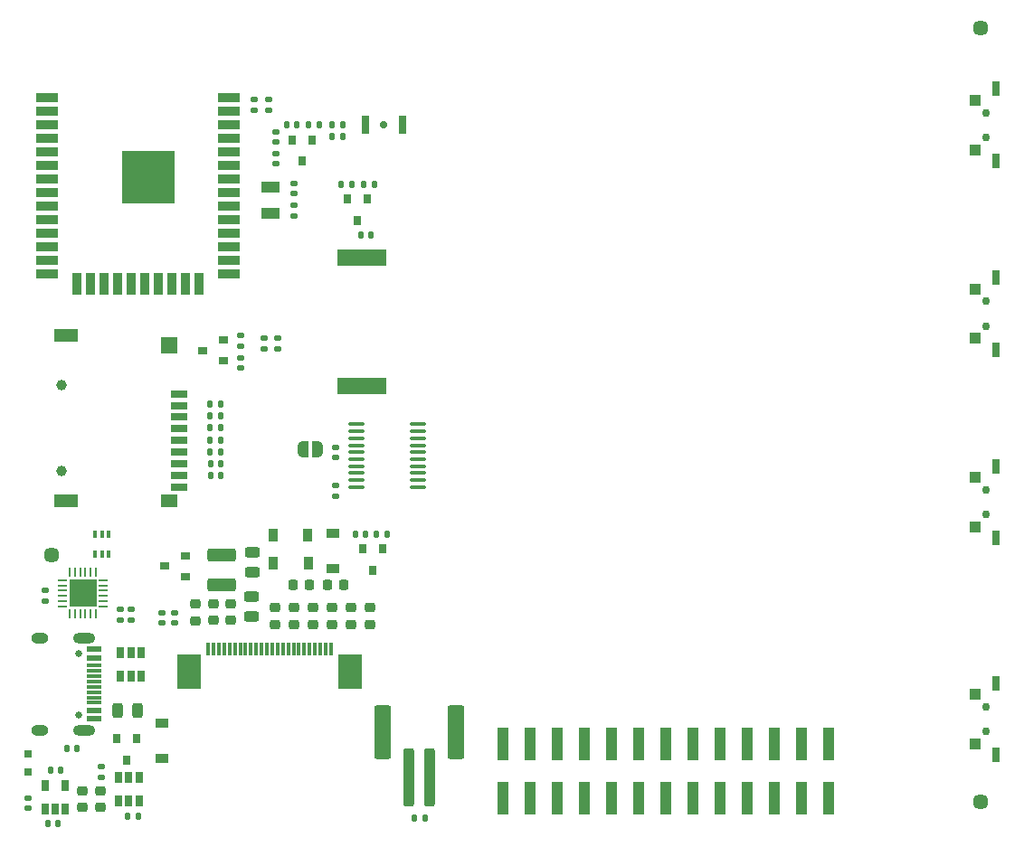
<source format=gbs>
G04 #@! TF.GenerationSoftware,KiCad,Pcbnew,(6.0.2)*
G04 #@! TF.CreationDate,2022-07-18T21:19:01-05:00*
G04 #@! TF.ProjectId,paperd_ink_rev4,70617065-7264-45f6-996e-6b5f72657634,rev?*
G04 #@! TF.SameCoordinates,Original*
G04 #@! TF.FileFunction,Soldermask,Bot*
G04 #@! TF.FilePolarity,Negative*
%FSLAX46Y46*%
G04 Gerber Fmt 4.6, Leading zero omitted, Abs format (unit mm)*
G04 Created by KiCad (PCBNEW (6.0.2)) date 2022-07-18 21:19:01*
%MOMM*%
%LPD*%
G01*
G04 APERTURE LIST*
G04 Aperture macros list*
%AMRoundRect*
0 Rectangle with rounded corners*
0 $1 Rounding radius*
0 $2 $3 $4 $5 $6 $7 $8 $9 X,Y pos of 4 corners*
0 Add a 4 corners polygon primitive as box body*
4,1,4,$2,$3,$4,$5,$6,$7,$8,$9,$2,$3,0*
0 Add four circle primitives for the rounded corners*
1,1,$1+$1,$2,$3*
1,1,$1+$1,$4,$5*
1,1,$1+$1,$6,$7*
1,1,$1+$1,$8,$9*
0 Add four rect primitives between the rounded corners*
20,1,$1+$1,$2,$3,$4,$5,0*
20,1,$1+$1,$4,$5,$6,$7,0*
20,1,$1+$1,$6,$7,$8,$9,0*
20,1,$1+$1,$8,$9,$2,$3,0*%
%AMFreePoly0*
4,1,22,0.500000,-0.750000,0.000000,-0.750000,0.000000,-0.745033,-0.079941,-0.743568,-0.215256,-0.701293,-0.333266,-0.622738,-0.424486,-0.514219,-0.481581,-0.384460,-0.499164,-0.250000,-0.500000,-0.250000,-0.500000,0.250000,-0.499164,0.250000,-0.499963,0.256109,-0.478152,0.396186,-0.417904,0.524511,-0.324060,0.630769,-0.204165,0.706417,-0.067858,0.745374,0.000000,0.744959,0.000000,0.750000,
0.500000,0.750000,0.500000,-0.750000,0.500000,-0.750000,$1*%
%AMFreePoly1*
4,1,20,0.000000,0.744959,0.073905,0.744508,0.209726,0.703889,0.328688,0.626782,0.421226,0.519385,0.479903,0.390333,0.500000,0.250000,0.500000,-0.250000,0.499851,-0.262216,0.476331,-0.402017,0.414519,-0.529596,0.319384,-0.634700,0.198574,-0.708877,0.061801,-0.746166,0.000000,-0.745033,0.000000,-0.750000,-0.500000,-0.750000,-0.500000,0.750000,0.000000,0.750000,0.000000,0.744959,
0.000000,0.744959,$1*%
G04 Aperture macros list end*
%ADD10RoundRect,0.147500X-0.172500X0.147500X-0.172500X-0.147500X0.172500X-0.147500X0.172500X0.147500X0*%
%ADD11R,1.200000X0.900000*%
%ADD12R,0.800000X0.900000*%
%ADD13RoundRect,0.218750X0.256250X-0.218750X0.256250X0.218750X-0.256250X0.218750X-0.256250X-0.218750X0*%
%ADD14R,0.900000X1.200000*%
%ADD15RoundRect,0.250000X0.250000X2.500000X-0.250000X2.500000X-0.250000X-2.500000X0.250000X-2.500000X0*%
%ADD16RoundRect,0.249600X0.550400X2.250400X-0.550400X2.250400X-0.550400X-2.250400X0.550400X-2.250400X0*%
%ADD17RoundRect,0.218750X-0.218750X-0.256250X0.218750X-0.256250X0.218750X0.256250X-0.218750X0.256250X0*%
%ADD18R,0.300000X1.300000*%
%ADD19R,2.200000X3.300000*%
%ADD20RoundRect,0.250000X1.075000X-0.375000X1.075000X0.375000X-1.075000X0.375000X-1.075000X-0.375000X0*%
%ADD21R,2.000000X0.900000*%
%ADD22R,0.900000X2.000000*%
%ADD23R,5.000000X5.000000*%
%ADD24RoundRect,0.243750X0.456250X-0.243750X0.456250X0.243750X-0.456250X0.243750X-0.456250X-0.243750X0*%
%ADD25RoundRect,0.147500X0.172500X-0.147500X0.172500X0.147500X-0.172500X0.147500X-0.172500X-0.147500X0*%
%ADD26RoundRect,0.147500X-0.147500X-0.172500X0.147500X-0.172500X0.147500X0.172500X-0.147500X0.172500X0*%
%ADD27R,1.800000X1.000000*%
%ADD28R,0.900000X0.800000*%
%ADD29C,1.000000*%
%ADD30R,1.600000X0.700000*%
%ADD31R,2.200000X1.200000*%
%ADD32R,1.500000X1.600000*%
%ADD33R,1.500000X1.200000*%
%ADD34RoundRect,0.147500X0.147500X0.172500X-0.147500X0.172500X-0.147500X-0.172500X0.147500X-0.172500X0*%
%ADD35R,0.650000X1.060000*%
%ADD36RoundRect,0.225000X0.250000X-0.225000X0.250000X0.225000X-0.250000X0.225000X-0.250000X-0.225000X0*%
%ADD37C,0.650000*%
%ADD38R,1.450000X0.600000*%
%ADD39R,1.450000X0.300000*%
%ADD40O,1.600000X1.000000*%
%ADD41O,2.100000X1.000000*%
%ADD42R,2.600000X2.600000*%
%ADD43RoundRect,0.062500X0.350000X-0.062500X0.350000X0.062500X-0.350000X0.062500X-0.350000X-0.062500X0*%
%ADD44RoundRect,0.062500X0.062500X-0.350000X0.062500X0.350000X-0.062500X0.350000X-0.062500X-0.350000X0*%
%ADD45R,0.400000X0.650000*%
%ADD46C,0.700000*%
%ADD47R,0.650000X1.800000*%
%ADD48R,4.600000X1.600000*%
%ADD49RoundRect,0.100000X-0.637500X-0.100000X0.637500X-0.100000X0.637500X0.100000X-0.637500X0.100000X0*%
%ADD50R,1.000000X3.150000*%
%ADD51FreePoly0,0.000000*%
%ADD52FreePoly1,0.000000*%
%ADD53RoundRect,0.218750X-0.256250X0.218750X-0.256250X-0.218750X0.256250X-0.218750X0.256250X0.218750X0*%
%ADD54RoundRect,0.135000X-0.185000X0.135000X-0.185000X-0.135000X0.185000X-0.135000X0.185000X0.135000X0*%
%ADD55C,1.448000*%
%ADD56RoundRect,0.243750X-0.243750X-0.456250X0.243750X-0.456250X0.243750X0.456250X-0.243750X0.456250X0*%
%ADD57C,0.750000*%
%ADD58R,0.800000X1.450000*%
%ADD59R,1.000000X1.100000*%
%ADD60R,0.700000X0.700000*%
G04 APERTURE END LIST*
D10*
X126180000Y-93395000D03*
X126180000Y-94365000D03*
X125320000Y-71030000D03*
X125320000Y-72000000D03*
D11*
X131365000Y-111620000D03*
X131365000Y-114920000D03*
D12*
X127530000Y-74790000D03*
X129430000Y-74790000D03*
X128480000Y-76790000D03*
D13*
X134840000Y-120170000D03*
X134840000Y-118595000D03*
D14*
X129090000Y-114420000D03*
X125790000Y-114420000D03*
D13*
X118500000Y-119837500D03*
X118500000Y-118262500D03*
D10*
X126030000Y-76090000D03*
X126030000Y-77060000D03*
X126030000Y-74060000D03*
X126030000Y-75030000D03*
X124930000Y-93395000D03*
X124930000Y-94365000D03*
D15*
X140465000Y-134520000D03*
X138465000Y-134520000D03*
D16*
X136065000Y-130270000D03*
X142865000Y-130270000D03*
D17*
X127627500Y-116520000D03*
X129202500Y-116520000D03*
D10*
X123970000Y-71030000D03*
X123970000Y-72000000D03*
D18*
X119692939Y-122480356D03*
X120192939Y-122480356D03*
X120692939Y-122480356D03*
X121192939Y-122480356D03*
X121692939Y-122480356D03*
X122192939Y-122480356D03*
X122692939Y-122480356D03*
X123192939Y-122480356D03*
X123692939Y-122480356D03*
X124192939Y-122480356D03*
X124692939Y-122480356D03*
X125192939Y-122480356D03*
X125692939Y-122480356D03*
X126192939Y-122480356D03*
X126692939Y-122480356D03*
X127192939Y-122480356D03*
X127692939Y-122480356D03*
X128192939Y-122480356D03*
X128692939Y-122480356D03*
X129192939Y-122480356D03*
X129692939Y-122480356D03*
X130192939Y-122480356D03*
X130692939Y-122480356D03*
X131192939Y-122480356D03*
D19*
X132992939Y-124650356D03*
X117892939Y-124650356D03*
D20*
X120950000Y-116480000D03*
X120950000Y-113680000D03*
D21*
X121630000Y-70815000D03*
X121630000Y-72085000D03*
X121630000Y-73355000D03*
X121630000Y-74625000D03*
X121630000Y-75895000D03*
X121630000Y-77165000D03*
X121630000Y-78435000D03*
X121630000Y-79705000D03*
X121630000Y-80975000D03*
X121630000Y-82245000D03*
X121630000Y-83515000D03*
X121630000Y-84785000D03*
X121630000Y-86055000D03*
X121630000Y-87325000D03*
D22*
X118845000Y-88325000D03*
X117575000Y-88325000D03*
X116305000Y-88325000D03*
X115035000Y-88325000D03*
X113765000Y-88325000D03*
X112495000Y-88325000D03*
X111225000Y-88325000D03*
X109955000Y-88325000D03*
X108685000Y-88325000D03*
X107415000Y-88325000D03*
D21*
X104630000Y-87325000D03*
X104630000Y-86055000D03*
X104630000Y-84785000D03*
X104630000Y-83515000D03*
X104630000Y-82245000D03*
X104630000Y-80975000D03*
X104630000Y-79705000D03*
X104630000Y-78435000D03*
X104630000Y-77165000D03*
X104630000Y-75895000D03*
X104630000Y-74625000D03*
X104630000Y-73355000D03*
X104630000Y-72085000D03*
X104630000Y-70815000D03*
D23*
X114130000Y-78315000D03*
D17*
X130842500Y-116520000D03*
X132417500Y-116520000D03*
D24*
X123780000Y-119462500D03*
X123780000Y-117587500D03*
D25*
X116590000Y-120055000D03*
X116590000Y-119085000D03*
D24*
X123810000Y-115332500D03*
X123810000Y-113457500D03*
D12*
X134165000Y-113120000D03*
X136065000Y-113120000D03*
X135115000Y-115120000D03*
D26*
X133465000Y-111710000D03*
X134435000Y-111710000D03*
X135470000Y-111710000D03*
X136440000Y-111710000D03*
D25*
X127730000Y-79865000D03*
X127730000Y-78895000D03*
D27*
X125510000Y-81710000D03*
X125510000Y-79210000D03*
D25*
X127730000Y-81925000D03*
X127730000Y-80955000D03*
X115365000Y-120055000D03*
X115365000Y-119085000D03*
D28*
X121165000Y-93570000D03*
X121165000Y-95470000D03*
X119165000Y-94520000D03*
D10*
X122765000Y-95235000D03*
X122765000Y-96205000D03*
D29*
X105960000Y-97800000D03*
X105960000Y-105800000D03*
D30*
X116940000Y-98580000D03*
X116940000Y-99680000D03*
X116940000Y-100780000D03*
X116940000Y-101880000D03*
X116940000Y-102980000D03*
X116940000Y-104080000D03*
X116940000Y-105180000D03*
X116940000Y-106280000D03*
X116940000Y-107380000D03*
D31*
X106350000Y-108580000D03*
D32*
X116070000Y-94010000D03*
D33*
X116040000Y-108580000D03*
D31*
X106360000Y-93100000D03*
D34*
X120835000Y-99520000D03*
X119865000Y-99520000D03*
X120835000Y-100645666D03*
X119865000Y-100645666D03*
X120835000Y-104022664D03*
X119865000Y-104022664D03*
X120835000Y-101771332D03*
X119865000Y-101771332D03*
X120835000Y-102896998D03*
X119865000Y-102896998D03*
X120875000Y-105148330D03*
X119905000Y-105148330D03*
X120875000Y-106274000D03*
X119905000Y-106274000D03*
X140000000Y-138320000D03*
X139030000Y-138320000D03*
D12*
X111115000Y-130920000D03*
X113015000Y-130920000D03*
X112065000Y-132920000D03*
D34*
X105645000Y-138830000D03*
X104675000Y-138830000D03*
X113145000Y-138180000D03*
X112175000Y-138180000D03*
D35*
X111318000Y-134550000D03*
X112268000Y-134550000D03*
X113218000Y-134550000D03*
X113218000Y-136750000D03*
X112268000Y-136750000D03*
X111318000Y-136750000D03*
X111510000Y-122820000D03*
X112460000Y-122820000D03*
X113410000Y-122820000D03*
X113410000Y-125020000D03*
X112460000Y-125020000D03*
X111510000Y-125020000D03*
D34*
X105895000Y-133880000D03*
X104925000Y-133880000D03*
D36*
X107950000Y-137355000D03*
X107950000Y-135805000D03*
X109610000Y-137355000D03*
X109610000Y-135805000D03*
D11*
X115365000Y-132770000D03*
X115365000Y-129470000D03*
D37*
X107560000Y-128670000D03*
X107560000Y-122890000D03*
D38*
X109005000Y-129030000D03*
X109005000Y-128230000D03*
D39*
X109005000Y-127030000D03*
X109005000Y-126030000D03*
X109005000Y-125530000D03*
X109005000Y-124530000D03*
D38*
X109005000Y-123330000D03*
X109005000Y-122530000D03*
X109005000Y-122530000D03*
X109005000Y-123330000D03*
D39*
X109005000Y-124030000D03*
X109005000Y-125030000D03*
X109005000Y-126530000D03*
X109005000Y-127530000D03*
D38*
X109005000Y-128230000D03*
X109005000Y-129030000D03*
D40*
X103910000Y-130100000D03*
D41*
X108090000Y-121460000D03*
D40*
X103910000Y-121460000D03*
D41*
X108090000Y-130100000D03*
D35*
X106310000Y-137450000D03*
X105360000Y-137450000D03*
X104410000Y-137450000D03*
X104410000Y-135250000D03*
X106310000Y-135250000D03*
D42*
X107960000Y-117280000D03*
D43*
X109897500Y-118530000D03*
X109897500Y-118030000D03*
X109897500Y-117530000D03*
X109897500Y-117030000D03*
X109897500Y-116530000D03*
X109897500Y-116030000D03*
D44*
X109210000Y-115342500D03*
X108710000Y-115342500D03*
X108210000Y-115342500D03*
X107710000Y-115342500D03*
X107210000Y-115342500D03*
X106710000Y-115342500D03*
D43*
X106022500Y-116030000D03*
X106022500Y-116530000D03*
X106022500Y-117030000D03*
X106022500Y-117530000D03*
X106022500Y-118030000D03*
X106022500Y-118530000D03*
D44*
X106710000Y-119217500D03*
X107210000Y-119217500D03*
X107710000Y-119217500D03*
X108210000Y-119217500D03*
X108710000Y-119217500D03*
X109210000Y-119217500D03*
D45*
X110396000Y-113632000D03*
X109746000Y-113632000D03*
X109096000Y-113632000D03*
X109096000Y-111732000D03*
X109746000Y-111732000D03*
X110396000Y-111732000D03*
D25*
X104460000Y-117035000D03*
X104460000Y-118005000D03*
D46*
X136150000Y-73390000D03*
D47*
X137875000Y-73390000D03*
X134425000Y-73390000D03*
D26*
X131305000Y-74490000D03*
X132275000Y-74490000D03*
X127050000Y-73400000D03*
X128020000Y-73400000D03*
D48*
X134042000Y-97840000D03*
X134042000Y-85850000D03*
D34*
X133105000Y-78990000D03*
X132135000Y-78990000D03*
D12*
X132700000Y-80370000D03*
X134600000Y-80370000D03*
X133650000Y-82370000D03*
D34*
X134960000Y-83680000D03*
X133990000Y-83680000D03*
D26*
X134270000Y-78990000D03*
X135240000Y-78990000D03*
D49*
X133597500Y-107305000D03*
X133597500Y-106655000D03*
X133597500Y-106005000D03*
X133597500Y-105355000D03*
X133597500Y-104705000D03*
X133597500Y-104055000D03*
X133597500Y-103405000D03*
X133597500Y-102755000D03*
X133597500Y-102105000D03*
X133597500Y-101455000D03*
X139322500Y-101455000D03*
X139322500Y-102105000D03*
X139322500Y-102755000D03*
X139322500Y-103405000D03*
X139322500Y-104055000D03*
X139322500Y-104705000D03*
X139322500Y-105355000D03*
X139322500Y-106005000D03*
X139322500Y-106655000D03*
X139322500Y-107305000D03*
D50*
X147300000Y-131375000D03*
X147300000Y-136425000D03*
X149840000Y-131375000D03*
X149840000Y-136425000D03*
X152380000Y-131375000D03*
X152380000Y-136425000D03*
X154920000Y-131375000D03*
X154920000Y-136425000D03*
X157460000Y-131375000D03*
X157460000Y-136425000D03*
X160000000Y-131375000D03*
X160000000Y-136425000D03*
X162540000Y-131375000D03*
X162540000Y-136425000D03*
X165080000Y-131375000D03*
X165080000Y-136425000D03*
X167620000Y-131375000D03*
X167620000Y-136425000D03*
X170160000Y-131375000D03*
X170160000Y-136425000D03*
X172700000Y-131375000D03*
X172700000Y-136425000D03*
X175240000Y-131375000D03*
X175240000Y-136425000D03*
X177780000Y-131375000D03*
X177780000Y-136425000D03*
D10*
X131610000Y-107195000D03*
X131610000Y-108165000D03*
D25*
X102815000Y-137405000D03*
X102815000Y-136435000D03*
D34*
X107445000Y-131780000D03*
X106475000Y-131780000D03*
D51*
X128610000Y-103750000D03*
D52*
X129910000Y-103750000D03*
D13*
X121840000Y-119797500D03*
X121840000Y-118222500D03*
D53*
X125970000Y-118595000D03*
X125970000Y-120170000D03*
D13*
X133066000Y-120170000D03*
X133066000Y-118595000D03*
X127744000Y-120170000D03*
X127744000Y-118595000D03*
X131292000Y-120170000D03*
X131292000Y-118595000D03*
D14*
X125740000Y-111845000D03*
X129040000Y-111845000D03*
D10*
X122765000Y-93135000D03*
X122765000Y-94105000D03*
D26*
X131305000Y-73390000D03*
X132275000Y-73390000D03*
X129090000Y-73400000D03*
X130060000Y-73400000D03*
D10*
X131660000Y-103595000D03*
X131660000Y-104565000D03*
D28*
X117590000Y-113795000D03*
X117590000Y-115695000D03*
X115590000Y-114745000D03*
D13*
X120180000Y-119817500D03*
X120180000Y-118242500D03*
X129518000Y-120170000D03*
X129518000Y-118595000D03*
D54*
X112483398Y-118780148D03*
X112483398Y-119800148D03*
D55*
X105060000Y-113730000D03*
X191960000Y-64330000D03*
X191960000Y-136780000D03*
D56*
X111203653Y-128285056D03*
X113078653Y-128285056D03*
D54*
X111460000Y-118770000D03*
X111460000Y-119790000D03*
D57*
X192510000Y-107600000D03*
X192510000Y-109900000D03*
D58*
X193410000Y-112125000D03*
X193410000Y-105375000D03*
D59*
X191460000Y-111050000D03*
X191460000Y-106450000D03*
D58*
X193410000Y-132445000D03*
D57*
X192510000Y-127920000D03*
X192510000Y-130220000D03*
D58*
X193410000Y-125695000D03*
D59*
X191460000Y-131370000D03*
X191460000Y-126770000D03*
D60*
X102860000Y-132330000D03*
X102860000Y-134030000D03*
D57*
X192510000Y-72270000D03*
D58*
X193410000Y-76795000D03*
X193410000Y-70045000D03*
D57*
X192510000Y-74570000D03*
D59*
X191460000Y-75720000D03*
X191460000Y-71120000D03*
D10*
X109665000Y-133545000D03*
X109665000Y-134515000D03*
D58*
X193410000Y-94460000D03*
D57*
X192510000Y-92235000D03*
X192510000Y-89935000D03*
D58*
X193410000Y-87710000D03*
D59*
X191460000Y-93385000D03*
X191460000Y-88785000D03*
M02*

</source>
